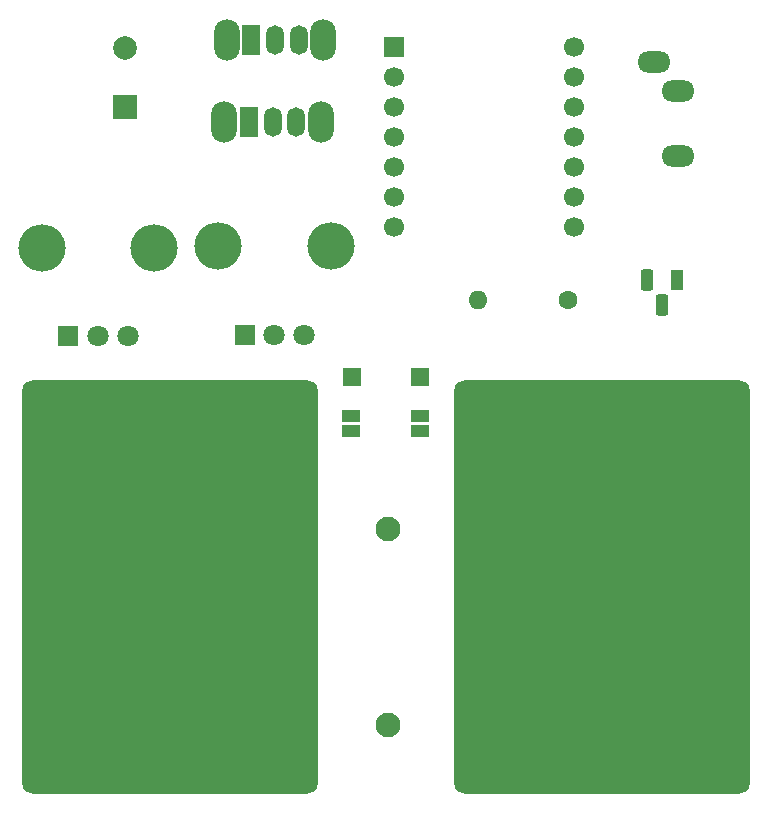
<source format=gbr>
%TF.GenerationSoftware,KiCad,Pcbnew,8.0.5*%
%TF.CreationDate,2025-07-21T17:16:39-07:00*%
%TF.ProjectId,Penguin_Paddle,50656e67-7569-46e5-9f50-6164646c652e, 4*%
%TF.SameCoordinates,Original*%
%TF.FileFunction,Soldermask,Top*%
%TF.FilePolarity,Negative*%
%FSLAX46Y46*%
G04 Gerber Fmt 4.6, Leading zero omitted, Abs format (unit mm)*
G04 Created by KiCad (PCBNEW 8.0.5) date 2025-07-21 17:16:39*
%MOMM*%
%LPD*%
G01*
G04 APERTURE LIST*
G04 Aperture macros list*
%AMRoundRect*
0 Rectangle with rounded corners*
0 $1 Rounding radius*
0 $2 $3 $4 $5 $6 $7 $8 $9 X,Y pos of 4 corners*
0 Add a 4 corners polygon primitive as box body*
4,1,4,$2,$3,$4,$5,$6,$7,$8,$9,$2,$3,0*
0 Add four circle primitives for the rounded corners*
1,1,$1+$1,$2,$3*
1,1,$1+$1,$4,$5*
1,1,$1+$1,$6,$7*
1,1,$1+$1,$8,$9*
0 Add four rect primitives between the rounded corners*
20,1,$1+$1,$2,$3,$4,$5,0*
20,1,$1+$1,$4,$5,$6,$7,0*
20,1,$1+$1,$6,$7,$8,$9,0*
20,1,$1+$1,$8,$9,$2,$3,0*%
G04 Aperture macros list end*
%ADD10RoundRect,0.833333X-11.666667X-16.666667X11.666667X-16.666667X11.666667X16.666667X-11.666667X16.666667X0*%
%ADD11RoundRect,0.250000X-0.550000X-0.550000X0.550000X-0.550000X0.550000X0.550000X-0.550000X0.550000X0*%
%ADD12R,1.100000X1.800000*%
%ADD13RoundRect,0.275000X0.275000X0.625000X-0.275000X0.625000X-0.275000X-0.625000X0.275000X-0.625000X0*%
%ADD14C,2.100000*%
%ADD15O,4.000000X4.000000*%
%ADD16R,1.800000X1.800000*%
%ADD17C,1.800000*%
%ADD18R,1.500000X1.000000*%
%ADD19R,1.700000X1.700000*%
%ADD20C,1.700000*%
%ADD21O,2.800000X1.800000*%
%ADD22R,2.000000X2.000000*%
%ADD23C,2.000000*%
%ADD24C,1.600000*%
%ADD25O,1.600000X1.600000*%
%ADD26O,2.200000X3.500000*%
%ADD27R,1.500000X2.500000*%
%ADD28O,1.500000X2.500000*%
G04 APERTURE END LIST*
D10*
%TO.C,TP1*%
X242560000Y-131190000D03*
%TD*%
%TO.C,TP2*%
X205970000Y-131215000D03*
%TD*%
D11*
%TO.C,J3*%
X221410000Y-113480000D03*
%TD*%
D12*
%TO.C,Q1*%
X248870000Y-105260000D03*
D13*
X247600000Y-107330000D03*
X246330000Y-105260000D03*
%TD*%
D14*
%TO.C,REF\u002A\u002A*%
X224480000Y-142880000D03*
%TD*%
D15*
%TO.C,RV2*%
X195140000Y-102485000D03*
X204640000Y-102485000D03*
D16*
X197390000Y-109985000D03*
D17*
X199890000Y-109985000D03*
X202390000Y-109985000D03*
%TD*%
D15*
%TO.C,RV1*%
X210080000Y-102355000D03*
X219580000Y-102355000D03*
D16*
X212330000Y-109855000D03*
D17*
X214830000Y-109855000D03*
X217330000Y-109855000D03*
%TD*%
D18*
%TO.C,JP1*%
X221290000Y-116740000D03*
X221290000Y-118040000D03*
%TD*%
D14*
%TO.C,REF\u002A\u002A*%
X224480000Y-126280000D03*
%TD*%
D19*
%TO.C,U1*%
X224980000Y-85480000D03*
D20*
X224980000Y-88020000D03*
X224980000Y-90560000D03*
X224980000Y-93100000D03*
X224980000Y-95640000D03*
X224980000Y-98180000D03*
X224980000Y-100720000D03*
X240230000Y-100720000D03*
X240230000Y-98180000D03*
X240230000Y-95640000D03*
X240230000Y-93100000D03*
X240230000Y-90560000D03*
X240230000Y-88020000D03*
X240230000Y-85480000D03*
%TD*%
D18*
%TO.C,JP2*%
X227180000Y-116750000D03*
X227180000Y-118050000D03*
%TD*%
D11*
%TO.C,J1*%
X227170000Y-113460000D03*
%TD*%
D21*
%TO.C,J2*%
X248960000Y-94700000D03*
X246960000Y-86800000D03*
X248960000Y-89200000D03*
%TD*%
D22*
%TO.C,LS1*%
X202170000Y-90580000D03*
D23*
X202170000Y-85580000D03*
%TD*%
D24*
%TO.C,R1*%
X239650000Y-106960000D03*
D25*
X232030000Y-106960000D03*
%TD*%
D26*
%TO.C,SW2*%
X210580000Y-91840000D03*
X218780000Y-91840000D03*
D27*
X212680000Y-91840000D03*
D28*
X214680000Y-91840000D03*
X216680000Y-91840000D03*
%TD*%
D26*
%TO.C,SW1*%
X210770000Y-84910000D03*
X218970000Y-84910000D03*
D27*
X212870000Y-84910000D03*
D28*
X214870000Y-84910000D03*
X216870000Y-84910000D03*
%TD*%
M02*

</source>
